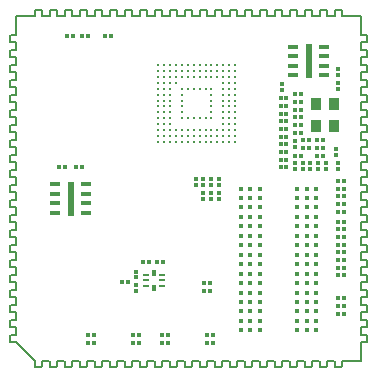
<source format=gbp>
G04 Layer_Color=14469570*
%FSLAX44Y44*%
%MOMM*%
G71*
G01*
G75*
%ADD11R,0.3000X0.3000*%
%ADD12R,0.3000X0.3000*%
%ADD33C,0.2000*%
%ADD45C,0.4000*%
%ADD48C,0.3000*%
%ADD51R,0.5000X3.0000*%
%ADD52R,0.9000X0.3000*%
%ADD53R,0.3000X0.6000*%
%ADD54R,0.5500X0.2500*%
%ADD55R,0.9000X1.0000*%
D11*
X271500Y146250D02*
D03*
X266500D02*
D03*
X271500Y139750D02*
D03*
X266500D02*
D03*
X248750Y167500D02*
D03*
X253750D02*
D03*
X271500Y133250D02*
D03*
X266500D02*
D03*
X229750Y219500D02*
D03*
X234750D02*
D03*
X253750Y180500D02*
D03*
X248750D02*
D03*
X234750Y213000D02*
D03*
X229750D02*
D03*
X234750Y206500D02*
D03*
X229750D02*
D03*
X217750Y196749D02*
D03*
X222750D02*
D03*
X118050Y77250D02*
D03*
X113050Y77250D02*
D03*
X83800Y60500D02*
D03*
X88800D02*
D03*
X101550Y77250D02*
D03*
X106550D02*
D03*
X59800Y9250D02*
D03*
X54800D02*
D03*
X92800D02*
D03*
X97800D02*
D03*
X122800Y9250D02*
D03*
X117800D02*
D03*
X160800Y9250D02*
D03*
X155800D02*
D03*
X59800Y15750D02*
D03*
X54800D02*
D03*
X92800Y15750D02*
D03*
X97800D02*
D03*
X122800Y15750D02*
D03*
X117800D02*
D03*
X160800Y15750D02*
D03*
X155800D02*
D03*
X44750Y158000D02*
D03*
X49750D02*
D03*
X35250D02*
D03*
X30250D02*
D03*
X217750Y157750D02*
D03*
X222750D02*
D03*
X217750Y190250D02*
D03*
X222750D02*
D03*
X217750Y177250D02*
D03*
X222750D02*
D03*
X217750Y183750D02*
D03*
X222750D02*
D03*
Y209750D02*
D03*
X217750D02*
D03*
X222750Y216250D02*
D03*
X217750D02*
D03*
Y170750D02*
D03*
X222750D02*
D03*
X229750Y187000D02*
D03*
X234750D02*
D03*
X217750Y164250D02*
D03*
X222750D02*
D03*
X234750Y193500D02*
D03*
X229750D02*
D03*
X234750Y200000D02*
D03*
X229750D02*
D03*
X42250Y269000D02*
D03*
X37250D02*
D03*
X49500D02*
D03*
X54500D02*
D03*
X74500Y268750D02*
D03*
X69500D02*
D03*
X229750Y167500D02*
D03*
X234750D02*
D03*
X217750Y203250D02*
D03*
X222750D02*
D03*
X266500Y33750D02*
D03*
X271500D02*
D03*
X266500Y40250D02*
D03*
X271500D02*
D03*
X266500Y46750D02*
D03*
X271500D02*
D03*
X266500Y72750D02*
D03*
X271500D02*
D03*
X266500Y120250D02*
D03*
X271500D02*
D03*
X266500Y126750D02*
D03*
X271500D02*
D03*
X266500Y79250D02*
D03*
X271500D02*
D03*
X266500Y66250D02*
D03*
X271500D02*
D03*
X266500Y92250D02*
D03*
X271500D02*
D03*
Y85750D02*
D03*
X266500D02*
D03*
Y98750D02*
D03*
X271500D02*
D03*
X266500Y111750D02*
D03*
X271500D02*
D03*
Y105250D02*
D03*
X266500D02*
D03*
X241750Y180500D02*
D03*
X236750D02*
D03*
X241750Y174000D02*
D03*
X236750D02*
D03*
X248750Y174000D02*
D03*
X253750D02*
D03*
X153250Y60000D02*
D03*
X158250D02*
D03*
X153250Y53000D02*
D03*
X158250D02*
D03*
D12*
X236500Y161000D02*
D03*
Y156000D02*
D03*
X249500Y161000D02*
D03*
Y156000D02*
D03*
X256000Y161000D02*
D03*
Y156000D02*
D03*
X266000Y229000D02*
D03*
Y224000D02*
D03*
Y241000D02*
D03*
Y236000D02*
D03*
X145750Y142750D02*
D03*
Y147750D02*
D03*
X95050Y58000D02*
D03*
Y53000D02*
D03*
Y69500D02*
D03*
Y64500D02*
D03*
X229750Y174750D02*
D03*
Y179750D02*
D03*
X165250Y135750D02*
D03*
Y130750D02*
D03*
Y147750D02*
D03*
Y142750D02*
D03*
X152250D02*
D03*
Y147750D02*
D03*
Y135750D02*
D03*
Y130750D02*
D03*
X158750Y147750D02*
D03*
Y142750D02*
D03*
X218750Y228250D02*
D03*
Y223250D02*
D03*
X158750Y130750D02*
D03*
Y135750D02*
D03*
X230000Y161000D02*
D03*
Y156000D02*
D03*
X243000Y161000D02*
D03*
Y156000D02*
D03*
X264750Y173250D02*
D03*
Y168250D02*
D03*
X266500Y161000D02*
D03*
Y156000D02*
D03*
D33*
X16200Y-6500D02*
X21900D01*
X28900D02*
X34600D01*
X41600D02*
X47300D01*
X54300D02*
X60000D01*
X67000D02*
X72700D01*
X79700D02*
X85400D01*
X92400D02*
X98100D01*
X105100D02*
X110800D01*
X117800D02*
X123500D01*
X130500D02*
X136200D01*
X143200D02*
X148900D01*
X155900D02*
X161600D01*
X168600D02*
X174300D01*
X181300D02*
X187000D01*
X194000D02*
X199700D01*
X206700D02*
X212400D01*
X219400D02*
X225100D01*
X231846D02*
X237546D01*
X244546D02*
X250246D01*
X257246D02*
X262946D01*
X285900Y257246D02*
Y262946D01*
X285900Y250246D02*
X285900Y244546D01*
Y231846D02*
Y237546D01*
Y219400D02*
Y225100D01*
X285900Y212400D02*
X285900Y206700D01*
Y194000D02*
Y199700D01*
Y181300D02*
Y187000D01*
X285900Y168600D02*
X285900Y174300D01*
Y155900D02*
Y161600D01*
X285900Y148900D02*
X285900Y143200D01*
Y130500D02*
Y136200D01*
Y117800D02*
Y123500D01*
X285900Y105100D02*
X285900Y110800D01*
Y92400D02*
Y98100D01*
X285900Y85400D02*
X285900Y79700D01*
Y67000D02*
Y72700D01*
Y54300D02*
Y60000D01*
X285900Y41600D02*
Y47300D01*
X285900Y28900D02*
Y34600D01*
X285900Y21900D02*
X285900Y16200D01*
X16454Y285900D02*
X22154D01*
X29154Y285900D02*
X34854Y285900D01*
X41854D02*
X47554D01*
X54300D02*
X60000D01*
X67000Y285900D02*
X72700Y285900D01*
X79700D02*
X85400D01*
X92400D02*
X98100D01*
X105100D02*
X110800Y285900D01*
X117800Y285900D02*
X123500D01*
X130500Y285900D02*
X136200Y285900D01*
X143200D02*
X148900D01*
X155900D02*
X161600D01*
X168600D02*
X174300Y285900D01*
X181300Y285900D02*
X187000D01*
X194000Y285900D02*
X199700Y285900D01*
X206700D02*
X212400D01*
X219400D02*
X225100D01*
X232100Y285900D02*
X237800D01*
X244800Y285900D02*
X250500D01*
X257500Y285900D02*
X263200Y285900D01*
X-6500Y16454D02*
Y22154D01*
Y34854D02*
X-6500Y29154D01*
X-6500Y41854D02*
Y47554D01*
Y54300D02*
Y60000D01*
Y72700D02*
X-6500Y67000D01*
X-6500Y79700D02*
Y85400D01*
Y92400D02*
Y98100D01*
Y105100D02*
X-6500Y110800D01*
X-6500Y117800D02*
Y123500D01*
Y136200D02*
X-6500Y130500D01*
X-6500Y143200D02*
Y148900D01*
Y155900D02*
Y161600D01*
Y168600D02*
X-6500Y174300D01*
X-6500Y181300D02*
Y187000D01*
Y199700D02*
X-6500Y194000D01*
X-6500Y206700D02*
Y212400D01*
Y219400D02*
Y225100D01*
X-6500Y232100D02*
Y237800D01*
X-6500Y244800D02*
Y250500D01*
Y263200D02*
X-6500Y257500D01*
X-6500Y269946D02*
Y285900D01*
X9454D01*
X285900Y269946D02*
Y285900D01*
X269946D02*
X285900D01*
X269946Y-6500D02*
X285900D01*
Y9454D01*
X-6500D02*
X9454Y-6500D01*
X-11176Y137160D02*
Y142240D01*
X-10470Y142946D02*
X-6500D01*
X-10470Y136454D02*
X-6500D01*
X-11176Y142240D02*
X-10470Y142946D01*
X-11176Y137160D02*
X-10470Y136454D01*
X-11176Y124460D02*
Y129540D01*
X-10470Y130246D02*
X-6500D01*
X-10470Y123754D02*
X-6500D01*
X-11176Y129540D02*
X-10470Y130246D01*
X-11176Y124460D02*
X-10470Y123754D01*
X-11176Y111760D02*
Y116840D01*
X-10470Y117546D02*
X-6500D01*
X-10470Y111054D02*
X-6500D01*
X-11176Y116840D02*
X-10470Y117546D01*
X-11176Y111760D02*
X-10470Y111054D01*
X-11176Y99060D02*
Y104140D01*
X-10470Y104846D02*
X-6500D01*
X-10470Y98354D02*
X-6500D01*
X-11176Y104140D02*
X-10470Y104846D01*
X-11176Y99060D02*
X-10470Y98354D01*
X-11176Y86360D02*
Y91440D01*
X-10470Y92146D02*
X-6500D01*
X-10470Y85654D02*
X-6500D01*
X-11176Y91440D02*
X-10470Y92146D01*
X-11176Y86360D02*
X-10470Y85654D01*
X-11176Y73660D02*
Y78740D01*
X-10470Y79446D02*
X-6500D01*
X-10470Y72954D02*
X-6500D01*
X-11176Y78740D02*
X-10470Y79446D01*
X-11176Y73660D02*
X-10470Y72954D01*
X-11176Y60960D02*
Y66040D01*
X-10470Y66746D02*
X-6500D01*
X-10470Y60254D02*
X-6500D01*
X-11176Y66040D02*
X-10470Y66746D01*
X-11176Y60960D02*
X-10470Y60254D01*
X-11176Y48260D02*
Y53340D01*
X-10470Y54046D02*
X-6500D01*
X-10470Y47554D02*
X-6500D01*
X-11176Y53340D02*
X-10470Y54046D01*
X-11176Y48260D02*
X-10470Y47554D01*
X-11176Y35560D02*
Y40640D01*
X-10470Y41346D02*
X-6500D01*
X-10470Y34854D02*
X-6500D01*
X-11176Y40640D02*
X-10470Y41346D01*
X-11176Y35560D02*
X-10470Y34854D01*
X-11176Y22860D02*
Y27940D01*
X-10470Y28646D02*
X-6500D01*
X-10470Y22154D02*
X-6500D01*
X-11176Y27940D02*
X-10470Y28646D01*
X-11176Y22860D02*
X-10470Y22154D01*
X-11176Y10160D02*
Y15240D01*
X-10470Y15946D02*
X-6500D01*
X-10470Y9454D02*
X-6500D01*
X-11176Y15240D02*
X-10470Y15946D01*
X-11176Y10160D02*
X-10470Y9454D01*
X10160Y-11176D02*
X15240D01*
X9454Y-10470D02*
Y-6500D01*
X15946Y-10470D02*
Y-6500D01*
X9454Y-10470D02*
X10160Y-11176D01*
X15240D02*
X15946Y-10470D01*
X22860Y-11176D02*
X27940D01*
X22154Y-10470D02*
Y-6500D01*
X28646Y-10470D02*
Y-6500D01*
X22154Y-10470D02*
X22860Y-11176D01*
X27940D02*
X28646Y-10470D01*
X35560Y-11176D02*
X40640D01*
X34854Y-10470D02*
Y-6500D01*
X41346Y-10470D02*
Y-6500D01*
X34854Y-10470D02*
X35560Y-11176D01*
X40640D02*
X41346Y-10470D01*
X48260Y-11176D02*
X53340D01*
X47554Y-10470D02*
Y-6500D01*
X54046Y-10470D02*
Y-6500D01*
X47554Y-10470D02*
X48260Y-11176D01*
X53340D02*
X54046Y-10470D01*
X60960Y-11176D02*
X66040D01*
X60254Y-10470D02*
Y-6500D01*
X66746Y-10470D02*
Y-6500D01*
X60254Y-10470D02*
X60960Y-11176D01*
X66040D02*
X66746Y-10470D01*
X73660Y-11176D02*
X78740D01*
X72954Y-10470D02*
Y-6500D01*
X79446Y-10470D02*
Y-6500D01*
X72954Y-10470D02*
X73660Y-11176D01*
X78740D02*
X79446Y-10470D01*
X86360Y-11176D02*
X91440D01*
X85654Y-10470D02*
Y-6500D01*
X92146Y-10470D02*
Y-6500D01*
X85654Y-10470D02*
X86360Y-11176D01*
X91440D02*
X92146Y-10470D01*
X99060Y-11176D02*
X104140D01*
X98354Y-10470D02*
Y-6500D01*
X104846Y-10470D02*
Y-6500D01*
X98354Y-10470D02*
X99060Y-11176D01*
X104140D02*
X104846Y-10470D01*
X111760Y-11176D02*
X116840D01*
X111054Y-10470D02*
Y-6500D01*
X117546Y-10470D02*
Y-6500D01*
X111054Y-10470D02*
X111760Y-11176D01*
X116840D02*
X117546Y-10470D01*
X124460Y-11176D02*
X129540D01*
X123754Y-10470D02*
Y-6500D01*
X130246Y-10470D02*
Y-6500D01*
X123754Y-10470D02*
X124460Y-11176D01*
X129540D02*
X130246Y-10470D01*
X137160Y-11176D02*
X142240D01*
X136454Y-10470D02*
Y-6500D01*
X142946Y-10470D02*
Y-6500D01*
X136454Y-10470D02*
X137160Y-11176D01*
X142240D02*
X142946Y-10470D01*
X149860Y-11176D02*
X154940D01*
X149154Y-10470D02*
Y-6500D01*
X155646Y-10470D02*
Y-6500D01*
X149154Y-10470D02*
X149860Y-11176D01*
X154940D02*
X155646Y-10470D01*
X162560Y-11176D02*
X167640D01*
X161854Y-10470D02*
Y-6500D01*
X168346Y-10470D02*
Y-6500D01*
X161854Y-10470D02*
X162560Y-11176D01*
X167640D02*
X168346Y-10470D01*
X175260Y-11176D02*
X180340D01*
X174554Y-10470D02*
Y-6500D01*
X181046Y-10470D02*
Y-6500D01*
X174554Y-10470D02*
X175260Y-11176D01*
X180340D02*
X181046Y-10470D01*
X187960Y-11176D02*
X193040D01*
X187254Y-10470D02*
Y-6500D01*
X193746Y-10470D02*
Y-6500D01*
X187254Y-10470D02*
X187960Y-11176D01*
X193040D02*
X193746Y-10470D01*
X200660Y-11176D02*
X205740D01*
X199954Y-10470D02*
Y-6500D01*
X206446Y-10470D02*
Y-6500D01*
X199954Y-10470D02*
X200660Y-11176D01*
X205740D02*
X206446Y-10470D01*
X213360Y-11176D02*
X218440D01*
X212654Y-10470D02*
Y-6500D01*
X219146Y-10470D02*
Y-6500D01*
X212654Y-10470D02*
X213360Y-11176D01*
X218440D02*
X219146Y-10470D01*
X226060Y-11176D02*
X231140D01*
X225354Y-10470D02*
Y-6500D01*
X231846Y-10470D02*
Y-6500D01*
X225354Y-10470D02*
X226060Y-11176D01*
X231140D02*
X231846Y-10470D01*
X238760Y-11176D02*
X243840D01*
X238054Y-10470D02*
Y-6500D01*
X244546Y-10470D02*
Y-6500D01*
X238054Y-10470D02*
X238760Y-11176D01*
X243840D02*
X244546Y-10470D01*
X251460Y-11176D02*
X256540D01*
X250754Y-10470D02*
Y-6500D01*
X257246Y-10470D02*
Y-6500D01*
X250754Y-10470D02*
X251460Y-11176D01*
X256540D02*
X257246Y-10470D01*
X264160Y-11176D02*
X269240D01*
X263454Y-10470D02*
Y-6500D01*
X269946Y-10470D02*
Y-6500D01*
X263454Y-10470D02*
X264160Y-11176D01*
X269240D02*
X269946Y-10470D01*
X290576Y10160D02*
Y15240D01*
X285900Y9454D02*
X289870D01*
X285900Y15946D02*
X289870D01*
Y9454D02*
X290576Y10160D01*
X289870Y15946D02*
X290576Y15240D01*
Y22860D02*
Y27940D01*
X285900Y22154D02*
X289870D01*
X285900Y28646D02*
X289870D01*
Y22154D02*
X290576Y22860D01*
X289870Y28646D02*
X290576Y27940D01*
Y35560D02*
Y40640D01*
X285900Y34854D02*
X289870D01*
X285900Y41346D02*
X289870D01*
Y34854D02*
X290576Y35560D01*
X289870Y41346D02*
X290576Y40640D01*
Y48260D02*
Y53340D01*
X285900Y47554D02*
X289870D01*
X285900Y54046D02*
X289870D01*
Y47554D02*
X290576Y48260D01*
X289870Y54046D02*
X290576Y53340D01*
Y60960D02*
Y66040D01*
X285900Y60254D02*
X289870D01*
X285900Y66746D02*
X289870D01*
Y60254D02*
X290576Y60960D01*
X289870Y66746D02*
X290576Y66040D01*
Y73660D02*
Y78740D01*
X285900Y72954D02*
X289870D01*
X285900Y79446D02*
X289870D01*
Y72954D02*
X290576Y73660D01*
X289870Y79446D02*
X290576Y78740D01*
Y86360D02*
Y91440D01*
X285900Y85654D02*
X289870D01*
X285900Y92146D02*
X289870D01*
Y85654D02*
X290576Y86360D01*
X289870Y92146D02*
X290576Y91440D01*
Y99060D02*
Y104140D01*
X285900Y98354D02*
X289870D01*
X285900Y104846D02*
X289870D01*
Y98354D02*
X290576Y99060D01*
X289870Y104846D02*
X290576Y104140D01*
Y111760D02*
Y116840D01*
X285900Y111054D02*
X289870D01*
X285900Y117546D02*
X289870D01*
Y111054D02*
X290576Y111760D01*
X289870Y117546D02*
X290576Y116840D01*
Y124460D02*
Y129540D01*
X285900Y123754D02*
X289870D01*
X285900Y130246D02*
X289870D01*
Y123754D02*
X290576Y124460D01*
X289870Y130246D02*
X290576Y129540D01*
Y137160D02*
Y142240D01*
X285900Y136454D02*
X289870D01*
X285900Y142946D02*
X289870D01*
Y136454D02*
X290576Y137160D01*
X289870Y142946D02*
X290576Y142240D01*
Y149860D02*
Y154940D01*
X285900Y149154D02*
X289870D01*
X285900Y155646D02*
X289870D01*
Y149154D02*
X290576Y149860D01*
X289870Y155646D02*
X290576Y154940D01*
Y162560D02*
Y167640D01*
X285900Y161854D02*
X289870D01*
X285900Y168346D02*
X289870D01*
Y161854D02*
X290576Y162560D01*
X289870Y168346D02*
X290576Y167640D01*
Y175260D02*
Y180340D01*
X285900Y174554D02*
X289870D01*
X285900Y181046D02*
X289870D01*
Y174554D02*
X290576Y175260D01*
X289870Y181046D02*
X290576Y180340D01*
Y187960D02*
Y193040D01*
X285900Y187254D02*
X289870D01*
X285900Y193746D02*
X289870D01*
Y187254D02*
X290576Y187960D01*
X289870Y193746D02*
X290576Y193040D01*
Y200660D02*
Y205740D01*
X285900Y199954D02*
X289870D01*
X285900Y206446D02*
X289870D01*
Y199954D02*
X290576Y200660D01*
X289870Y206446D02*
X290576Y205740D01*
Y213360D02*
Y218440D01*
X285900Y212654D02*
X289870D01*
X285900Y219146D02*
X289870D01*
Y212654D02*
X290576Y213360D01*
X289870Y219146D02*
X290576Y218440D01*
Y226060D02*
Y231140D01*
X285900Y225354D02*
X289870D01*
X285900Y231846D02*
X289870D01*
Y225354D02*
X290576Y226060D01*
X289870Y231846D02*
X290576Y231140D01*
Y238760D02*
Y243840D01*
X285900Y238054D02*
X289870D01*
X285900Y244546D02*
X289870D01*
Y238054D02*
X290576Y238760D01*
X289870Y244546D02*
X290576Y243840D01*
Y251460D02*
Y256540D01*
X285900Y250754D02*
X289870D01*
X285900Y257246D02*
X289870D01*
Y250754D02*
X290576Y251460D01*
X289870Y257246D02*
X290576Y256540D01*
Y264160D02*
Y269240D01*
X285900Y263454D02*
X289870D01*
X285900Y269946D02*
X289870D01*
Y263454D02*
X290576Y264160D01*
X289870Y269946D02*
X290576Y269240D01*
X264160Y290576D02*
X269240D01*
X269946Y285900D02*
Y289870D01*
X263454Y285900D02*
Y289870D01*
X269240Y290576D02*
X269946Y289870D01*
X263454D02*
X264160Y290576D01*
X251460D02*
X256540D01*
X257246Y285900D02*
Y289870D01*
X250754Y285900D02*
Y289870D01*
X256540Y290576D02*
X257246Y289870D01*
X250754D02*
X251460Y290576D01*
X238760D02*
X243840D01*
X244546Y285900D02*
Y289870D01*
X238054Y285900D02*
Y289870D01*
X243840Y290576D02*
X244546Y289870D01*
X238054D02*
X238760Y290576D01*
X226060D02*
X231140D01*
X231846Y285900D02*
Y289870D01*
X225354Y285900D02*
Y289870D01*
X231140Y290576D02*
X231846Y289870D01*
X225354D02*
X226060Y290576D01*
X213360D02*
X218440D01*
X219146Y285900D02*
Y289870D01*
X212654Y285900D02*
Y289870D01*
X218440Y290576D02*
X219146Y289870D01*
X212654D02*
X213360Y290576D01*
X200660D02*
X205740D01*
X206446Y285900D02*
Y289870D01*
X199954Y285900D02*
Y289870D01*
X205740Y290576D02*
X206446Y289870D01*
X199954D02*
X200660Y290576D01*
X187960D02*
X193040D01*
X193746Y285900D02*
Y289870D01*
X187254Y285900D02*
Y289870D01*
X193040Y290576D02*
X193746Y289870D01*
X187254D02*
X187960Y290576D01*
X175260D02*
X180340D01*
X181046Y285900D02*
Y289870D01*
X174554Y285900D02*
Y289870D01*
X180340Y290576D02*
X181046Y289870D01*
X174554D02*
X175260Y290576D01*
X162560D02*
X167640D01*
X168346Y285900D02*
Y289870D01*
X161854Y285900D02*
Y289870D01*
X167640Y290576D02*
X168346Y289870D01*
X161854D02*
X162560Y290576D01*
X149860D02*
X154940D01*
X155646Y285900D02*
Y289870D01*
X149154Y285900D02*
Y289870D01*
X154940Y290576D02*
X155646Y289870D01*
X149154D02*
X149860Y290576D01*
X137160D02*
X142240D01*
X142946Y285900D02*
Y289870D01*
X136454Y285900D02*
Y289870D01*
X142240Y290576D02*
X142946Y289870D01*
X136454D02*
X137160Y290576D01*
X124460D02*
X129540D01*
X130246Y285900D02*
Y289870D01*
X123754Y285900D02*
Y289870D01*
X129540Y290576D02*
X130246Y289870D01*
X123754D02*
X124460Y290576D01*
X111760D02*
X116840D01*
X117546Y285900D02*
Y289870D01*
X111054Y285900D02*
Y289870D01*
X116840Y290576D02*
X117546Y289870D01*
X111054D02*
X111760Y290576D01*
X99060D02*
X104140D01*
X104846Y285900D02*
Y289870D01*
X98354Y285900D02*
Y289870D01*
X104140Y290576D02*
X104846Y289870D01*
X98354D02*
X99060Y290576D01*
X86360D02*
X91440D01*
X92146Y285900D02*
Y289870D01*
X85654Y285900D02*
Y289870D01*
X91440Y290576D02*
X92146Y289870D01*
X85654D02*
X86360Y290576D01*
X73660D02*
X78740D01*
X79446Y285900D02*
Y289870D01*
X72954Y285900D02*
Y289870D01*
X78740Y290576D02*
X79446Y289870D01*
X72954D02*
X73660Y290576D01*
X60960D02*
X66040D01*
X66746Y285900D02*
Y289870D01*
X60254Y285900D02*
Y289870D01*
X66040Y290576D02*
X66746Y289870D01*
X60254D02*
X60960Y290576D01*
X48260D02*
X53340D01*
X54046Y285900D02*
Y289870D01*
X47554Y285900D02*
Y289870D01*
X53340Y290576D02*
X54046Y289870D01*
X47554D02*
X48260Y290576D01*
X35560D02*
X40640D01*
X41346Y285900D02*
Y289870D01*
X34854Y285900D02*
Y289870D01*
X40640Y290576D02*
X41346Y289870D01*
X34854D02*
X35560Y290576D01*
X22860D02*
X27940D01*
X28646Y285900D02*
Y289870D01*
X22154Y285900D02*
Y289870D01*
X27940Y290576D02*
X28646Y289870D01*
X22154D02*
X22860Y290576D01*
X10160D02*
X15240D01*
X15946Y285900D02*
Y289870D01*
X9454Y285900D02*
Y289870D01*
X15240Y290576D02*
X15946Y289870D01*
X9454D02*
X10160Y290576D01*
X-11176Y264160D02*
Y269240D01*
X-10470Y269946D02*
X-6500D01*
X-10470Y263454D02*
X-6500D01*
X-11176Y269240D02*
X-10470Y269946D01*
X-11176Y264160D02*
X-10470Y263454D01*
X-11176Y251460D02*
Y256540D01*
X-10470Y257246D02*
X-6500D01*
X-10470Y250754D02*
X-6500D01*
X-11176Y256540D02*
X-10470Y257246D01*
X-11176Y251460D02*
X-10470Y250754D01*
X-11176Y238760D02*
Y243840D01*
X-10470Y244546D02*
X-6500D01*
X-10470Y238054D02*
X-6500D01*
X-11176Y243840D02*
X-10470Y244546D01*
X-11176Y238760D02*
X-10470Y238054D01*
X-11176Y226060D02*
Y231140D01*
X-10470Y231846D02*
X-6500D01*
X-10470Y225354D02*
X-6500D01*
X-11176Y231140D02*
X-10470Y231846D01*
X-11176Y226060D02*
X-10470Y225354D01*
X-11176Y213360D02*
Y218440D01*
X-10470Y219146D02*
X-6500D01*
X-10470Y212654D02*
X-6500D01*
X-11176Y218440D02*
X-10470Y219146D01*
X-11176Y213360D02*
X-10470Y212654D01*
X-11176Y200660D02*
Y205740D01*
X-10470Y206446D02*
X-6500D01*
X-10470Y199954D02*
X-6500D01*
X-11176Y205740D02*
X-10470Y206446D01*
X-11176Y200660D02*
X-10470Y199954D01*
X-11176Y187960D02*
Y193040D01*
X-10470Y193746D02*
X-6500D01*
X-10470Y187254D02*
X-6500D01*
X-11176Y193040D02*
X-10470Y193746D01*
X-11176Y187960D02*
X-10470Y187254D01*
X-11176Y175260D02*
Y180340D01*
X-10470Y181046D02*
X-6500D01*
X-10470Y174554D02*
X-6500D01*
X-11176Y180340D02*
X-10470Y181046D01*
X-11176Y175260D02*
X-10470Y174554D01*
X-11176Y162560D02*
Y167640D01*
X-10470Y168346D02*
X-6500D01*
X-10470Y161854D02*
X-6500D01*
X-11176Y167640D02*
X-10470Y168346D01*
X-11176Y162560D02*
X-10470Y161854D01*
X-11176Y149860D02*
Y154940D01*
X-10470Y155646D02*
X-6500D01*
X-10470Y149154D02*
X-6500D01*
X-11176Y154940D02*
X-10470Y155646D01*
X-11176Y149860D02*
X-10470Y149154D01*
D45*
X232000Y91750D02*
D03*
X184000Y19750D02*
D03*
X192000D02*
D03*
X200000D02*
D03*
X232000D02*
D03*
X240000D02*
D03*
X248000D02*
D03*
X184000Y27750D02*
D03*
X192000D02*
D03*
X200000D02*
D03*
X232000D02*
D03*
X240000D02*
D03*
X248000D02*
D03*
X184000Y35750D02*
D03*
X192000D02*
D03*
X200000Y35750D02*
D03*
X232000D02*
D03*
X240000Y35750D02*
D03*
X248000D02*
D03*
X184000Y43750D02*
D03*
X192000D02*
D03*
X200000D02*
D03*
X232000D02*
D03*
X240000D02*
D03*
X248000D02*
D03*
X184000Y51750D02*
D03*
X192000D02*
D03*
X200000D02*
D03*
X232000D02*
D03*
X240000D02*
D03*
X248000D02*
D03*
X184000Y59750D02*
D03*
X192000D02*
D03*
X200000D02*
D03*
X232000D02*
D03*
X240000D02*
D03*
X248000D02*
D03*
X184000Y67750D02*
D03*
X192000D02*
D03*
X200000D02*
D03*
X232000D02*
D03*
X240000D02*
D03*
X248000D02*
D03*
X184000Y75750D02*
D03*
X192000D02*
D03*
X200000D02*
D03*
X232000D02*
D03*
X240000D02*
D03*
X248000D02*
D03*
X184000Y83750D02*
D03*
X192000D02*
D03*
X200000D02*
D03*
X232000D02*
D03*
X240000D02*
D03*
X248000D02*
D03*
X184000Y91750D02*
D03*
X192000D02*
D03*
X200000D02*
D03*
X240000D02*
D03*
X248000D02*
D03*
X184000Y99750D02*
D03*
X192000D02*
D03*
X200000D02*
D03*
X232000D02*
D03*
X240000D02*
D03*
X248000D02*
D03*
X184000Y107750D02*
D03*
X192000D02*
D03*
X200000D02*
D03*
X232000D02*
D03*
X240000D02*
D03*
X248000D02*
D03*
X184000Y115750D02*
D03*
X192000D02*
D03*
X200000D02*
D03*
X232000D02*
D03*
X240000D02*
D03*
X248000D02*
D03*
X184000Y123750D02*
D03*
X192000D02*
D03*
X200000Y123750D02*
D03*
X232000D02*
D03*
X240000Y123750D02*
D03*
X248000D02*
D03*
X184000Y131750D02*
D03*
X192000D02*
D03*
X200000D02*
D03*
X232000D02*
D03*
X240000D02*
D03*
X248000D02*
D03*
X184000Y139750D02*
D03*
X192000D02*
D03*
X200000D02*
D03*
X232000D02*
D03*
X240000D02*
D03*
X248000D02*
D03*
D48*
X179250Y179250D02*
D03*
Y184250D02*
D03*
Y189250D02*
D03*
Y194250D02*
D03*
Y199250D02*
D03*
Y204250D02*
D03*
Y209250D02*
D03*
Y214250D02*
D03*
Y219250D02*
D03*
Y224250D02*
D03*
Y229250D02*
D03*
Y234250D02*
D03*
Y239250D02*
D03*
Y244250D02*
D03*
X174250Y179250D02*
D03*
Y184250D02*
D03*
Y189250D02*
D03*
Y194250D02*
D03*
Y199250D02*
D03*
Y204250D02*
D03*
Y209250D02*
D03*
Y214250D02*
D03*
Y219250D02*
D03*
Y224250D02*
D03*
Y229250D02*
D03*
Y234250D02*
D03*
Y239250D02*
D03*
Y244250D02*
D03*
X169250Y179250D02*
D03*
Y184250D02*
D03*
Y189250D02*
D03*
Y194250D02*
D03*
Y199250D02*
D03*
Y204250D02*
D03*
Y209250D02*
D03*
Y214250D02*
D03*
Y219250D02*
D03*
Y224250D02*
D03*
Y229250D02*
D03*
Y234250D02*
D03*
Y239250D02*
D03*
Y244250D02*
D03*
X164250Y179250D02*
D03*
Y184250D02*
D03*
Y189250D02*
D03*
Y234250D02*
D03*
Y239250D02*
D03*
Y244250D02*
D03*
X159250Y179250D02*
D03*
Y184250D02*
D03*
Y189250D02*
D03*
Y199250D02*
D03*
Y204250D02*
D03*
Y209250D02*
D03*
Y214250D02*
D03*
Y219250D02*
D03*
Y224250D02*
D03*
Y234250D02*
D03*
Y239250D02*
D03*
Y244250D02*
D03*
X154250Y179250D02*
D03*
Y184250D02*
D03*
Y189250D02*
D03*
Y199250D02*
D03*
Y224250D02*
D03*
Y234250D02*
D03*
Y239250D02*
D03*
Y244250D02*
D03*
X149250Y179250D02*
D03*
Y184250D02*
D03*
Y189250D02*
D03*
Y199250D02*
D03*
Y224250D02*
D03*
Y234250D02*
D03*
Y239250D02*
D03*
Y244250D02*
D03*
X144250Y179250D02*
D03*
Y184250D02*
D03*
Y189250D02*
D03*
Y199250D02*
D03*
Y224250D02*
D03*
Y234250D02*
D03*
Y239250D02*
D03*
Y244250D02*
D03*
X139250Y179250D02*
D03*
Y184250D02*
D03*
Y189250D02*
D03*
Y199250D02*
D03*
Y224250D02*
D03*
Y234250D02*
D03*
Y239250D02*
D03*
Y244250D02*
D03*
X134250Y179250D02*
D03*
Y184250D02*
D03*
Y189250D02*
D03*
Y199250D02*
D03*
Y204250D02*
D03*
Y209250D02*
D03*
Y214250D02*
D03*
Y219250D02*
D03*
Y224250D02*
D03*
Y234250D02*
D03*
Y239250D02*
D03*
Y244250D02*
D03*
X129250Y179250D02*
D03*
Y184250D02*
D03*
Y189250D02*
D03*
Y229250D02*
D03*
Y234250D02*
D03*
Y239250D02*
D03*
Y244250D02*
D03*
X124250Y179250D02*
D03*
Y184250D02*
D03*
Y189250D02*
D03*
Y194250D02*
D03*
Y199250D02*
D03*
Y204250D02*
D03*
Y209250D02*
D03*
Y214250D02*
D03*
Y219250D02*
D03*
Y224250D02*
D03*
Y229250D02*
D03*
Y234250D02*
D03*
Y239250D02*
D03*
Y244250D02*
D03*
X119250Y179250D02*
D03*
Y184250D02*
D03*
Y189250D02*
D03*
Y194250D02*
D03*
Y199250D02*
D03*
Y204250D02*
D03*
Y209250D02*
D03*
Y214250D02*
D03*
Y219250D02*
D03*
Y224250D02*
D03*
Y229250D02*
D03*
Y234250D02*
D03*
Y239250D02*
D03*
Y244250D02*
D03*
X114250Y179250D02*
D03*
Y184250D02*
D03*
Y189250D02*
D03*
Y194250D02*
D03*
Y199250D02*
D03*
Y204250D02*
D03*
Y209250D02*
D03*
Y214250D02*
D03*
Y219250D02*
D03*
Y224250D02*
D03*
Y229250D02*
D03*
Y234250D02*
D03*
Y239250D02*
D03*
Y244250D02*
D03*
D51*
X40000Y131250D02*
D03*
X241750Y247750D02*
D03*
D52*
X26900Y119250D02*
D03*
Y127250D02*
D03*
Y135250D02*
D03*
Y143250D02*
D03*
X53100Y119250D02*
D03*
Y127250D02*
D03*
Y135250D02*
D03*
Y143250D02*
D03*
X254850Y259750D02*
D03*
Y251750D02*
D03*
Y243750D02*
D03*
Y235750D02*
D03*
X228650Y259750D02*
D03*
Y251750D02*
D03*
Y243750D02*
D03*
Y235750D02*
D03*
D53*
X110300Y55500D02*
D03*
X110300Y68500D02*
D03*
D54*
X103550Y67000D02*
D03*
X103550Y62000D02*
D03*
Y57000D02*
D03*
X117050D02*
D03*
Y62000D02*
D03*
Y67000D02*
D03*
D55*
X247750Y211500D02*
D03*
Y192500D02*
D03*
X262750D02*
D03*
Y211500D02*
D03*
M02*

</source>
